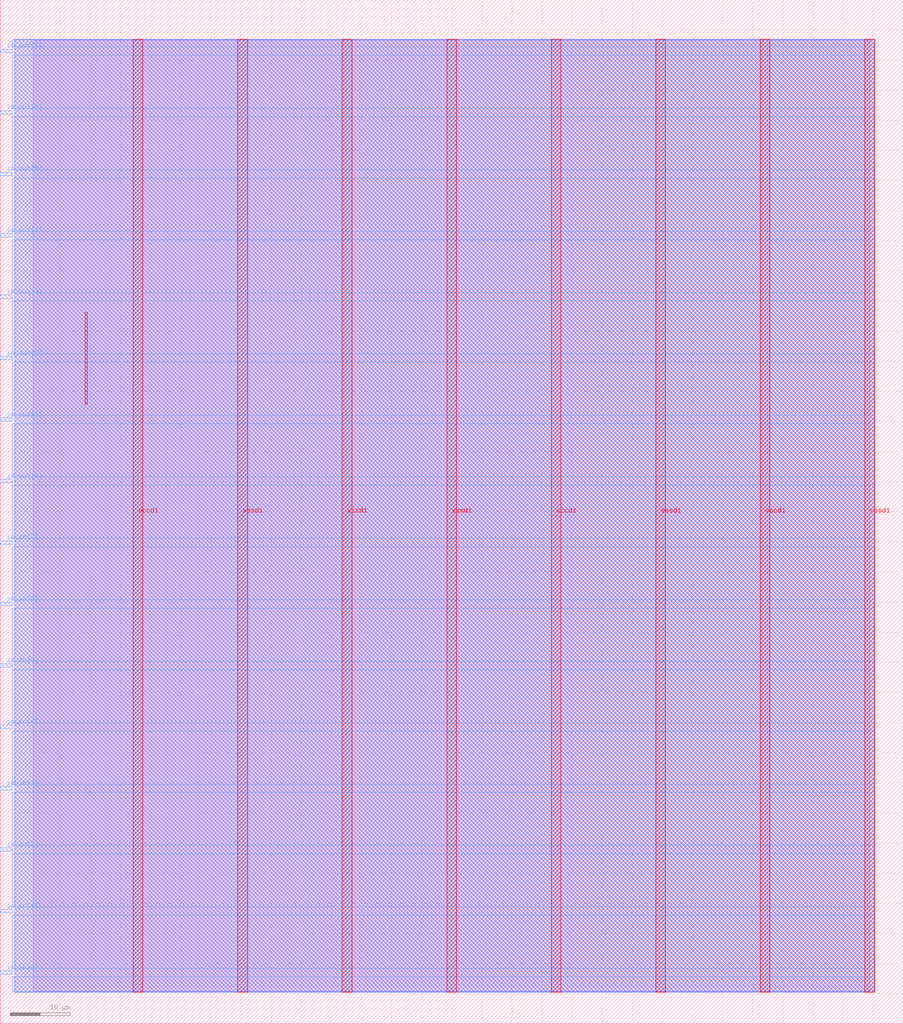
<source format=lef>
VERSION 5.7 ;
  NOWIREEXTENSIONATPIN ON ;
  DIVIDERCHAR "/" ;
  BUSBITCHARS "[]" ;
MACRO user_module_341279123277087315
  CLASS BLOCK ;
  FOREIGN user_module_341279123277087315 ;
  ORIGIN 0.000 0.000 ;
  SIZE 150.000 BY 170.000 ;
  PIN io_in[0]
    DIRECTION INPUT ;
    USE SIGNAL ;
    PORT
      LAYER met3 ;
        RECT 0.000 8.200 2.000 8.800 ;
    END
  END io_in[0]
  PIN io_in[1]
    DIRECTION INPUT ;
    USE SIGNAL ;
    PORT
      LAYER met3 ;
        RECT 0.000 18.400 2.000 19.000 ;
    END
  END io_in[1]
  PIN io_in[2]
    DIRECTION INPUT ;
    USE SIGNAL ;
    PORT
      LAYER met3 ;
        RECT 0.000 28.600 2.000 29.200 ;
    END
  END io_in[2]
  PIN io_in[3]
    DIRECTION INPUT ;
    USE SIGNAL ;
    PORT
      LAYER met3 ;
        RECT 0.000 38.800 2.000 39.400 ;
    END
  END io_in[3]
  PIN io_in[4]
    DIRECTION INPUT ;
    USE SIGNAL ;
    PORT
      LAYER met3 ;
        RECT 0.000 49.000 2.000 49.600 ;
    END
  END io_in[4]
  PIN io_in[5]
    DIRECTION INPUT ;
    USE SIGNAL ;
    PORT
      LAYER met3 ;
        RECT 0.000 59.200 2.000 59.800 ;
    END
  END io_in[5]
  PIN io_in[6]
    DIRECTION INPUT ;
    USE SIGNAL ;
    PORT
      LAYER met3 ;
        RECT 0.000 69.400 2.000 70.000 ;
    END
  END io_in[6]
  PIN io_in[7]
    DIRECTION INPUT ;
    USE SIGNAL ;
    PORT
      LAYER met3 ;
        RECT 0.000 79.600 2.000 80.200 ;
    END
  END io_in[7]
  PIN io_out[0]
    DIRECTION OUTPUT TRISTATE ;
    USE SIGNAL ;
    PORT
      LAYER met3 ;
        RECT 0.000 89.800 2.000 90.400 ;
    END
  END io_out[0]
  PIN io_out[1]
    DIRECTION OUTPUT TRISTATE ;
    USE SIGNAL ;
    PORT
      LAYER met3 ;
        RECT 0.000 100.000 2.000 100.600 ;
    END
  END io_out[1]
  PIN io_out[2]
    DIRECTION OUTPUT TRISTATE ;
    USE SIGNAL ;
    PORT
      LAYER met3 ;
        RECT 0.000 110.200 2.000 110.800 ;
    END
  END io_out[2]
  PIN io_out[3]
    DIRECTION OUTPUT TRISTATE ;
    USE SIGNAL ;
    PORT
      LAYER met3 ;
        RECT 0.000 120.400 2.000 121.000 ;
    END
  END io_out[3]
  PIN io_out[4]
    DIRECTION OUTPUT TRISTATE ;
    USE SIGNAL ;
    PORT
      LAYER met3 ;
        RECT 0.000 130.600 2.000 131.200 ;
    END
  END io_out[4]
  PIN io_out[5]
    DIRECTION OUTPUT TRISTATE ;
    USE SIGNAL ;
    PORT
      LAYER met3 ;
        RECT 0.000 140.800 2.000 141.400 ;
    END
  END io_out[5]
  PIN io_out[6]
    DIRECTION OUTPUT TRISTATE ;
    USE SIGNAL ;
    PORT
      LAYER met3 ;
        RECT 0.000 151.000 2.000 151.600 ;
    END
  END io_out[6]
  PIN io_out[7]
    DIRECTION OUTPUT TRISTATE ;
    USE SIGNAL ;
    PORT
      LAYER met3 ;
        RECT 0.000 161.200 2.000 161.800 ;
    END
  END io_out[7]
  PIN vccd1
    DIRECTION INOUT ;
    USE POWER ;
    PORT
      LAYER met4 ;
        RECT 22.085 5.200 23.685 163.440 ;
    END
    PORT
      LAYER met4 ;
        RECT 56.815 5.200 58.415 163.440 ;
    END
    PORT
      LAYER met4 ;
        RECT 91.545 5.200 93.145 163.440 ;
    END
    PORT
      LAYER met4 ;
        RECT 126.275 5.200 127.875 163.440 ;
    END
  END vccd1
  PIN vssd1
    DIRECTION INOUT ;
    USE GROUND ;
    PORT
      LAYER met4 ;
        RECT 39.450 5.200 41.050 163.440 ;
    END
    PORT
      LAYER met4 ;
        RECT 74.180 5.200 75.780 163.440 ;
    END
    PORT
      LAYER met4 ;
        RECT 108.910 5.200 110.510 163.440 ;
    END
    PORT
      LAYER met4 ;
        RECT 143.640 5.200 145.240 163.440 ;
    END
  END vssd1
  OBS
      LAYER li1 ;
        RECT 5.520 5.355 144.440 163.285 ;
      LAYER met1 ;
        RECT 2.370 5.200 145.240 163.440 ;
      LAYER met2 ;
        RECT 2.390 5.255 145.210 163.385 ;
      LAYER met3 ;
        RECT 2.000 162.200 145.230 163.365 ;
        RECT 2.400 160.800 145.230 162.200 ;
        RECT 2.000 152.000 145.230 160.800 ;
        RECT 2.400 150.600 145.230 152.000 ;
        RECT 2.000 141.800 145.230 150.600 ;
        RECT 2.400 140.400 145.230 141.800 ;
        RECT 2.000 131.600 145.230 140.400 ;
        RECT 2.400 130.200 145.230 131.600 ;
        RECT 2.000 121.400 145.230 130.200 ;
        RECT 2.400 120.000 145.230 121.400 ;
        RECT 2.000 111.200 145.230 120.000 ;
        RECT 2.400 109.800 145.230 111.200 ;
        RECT 2.000 101.000 145.230 109.800 ;
        RECT 2.400 99.600 145.230 101.000 ;
        RECT 2.000 90.800 145.230 99.600 ;
        RECT 2.400 89.400 145.230 90.800 ;
        RECT 2.000 80.600 145.230 89.400 ;
        RECT 2.400 79.200 145.230 80.600 ;
        RECT 2.000 70.400 145.230 79.200 ;
        RECT 2.400 69.000 145.230 70.400 ;
        RECT 2.000 60.200 145.230 69.000 ;
        RECT 2.400 58.800 145.230 60.200 ;
        RECT 2.000 50.000 145.230 58.800 ;
        RECT 2.400 48.600 145.230 50.000 ;
        RECT 2.000 39.800 145.230 48.600 ;
        RECT 2.400 38.400 145.230 39.800 ;
        RECT 2.000 29.600 145.230 38.400 ;
        RECT 2.400 28.200 145.230 29.600 ;
        RECT 2.000 19.400 145.230 28.200 ;
        RECT 2.400 18.000 145.230 19.400 ;
        RECT 2.000 9.200 145.230 18.000 ;
        RECT 2.400 7.800 145.230 9.200 ;
        RECT 2.000 5.275 145.230 7.800 ;
      LAYER met4 ;
        RECT 14.095 102.855 14.425 118.145 ;
  END
END user_module_341279123277087315
END LIBRARY


</source>
